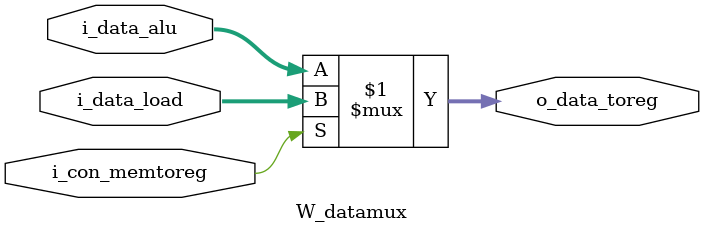
<source format=sv>
`timescale 1ns / 1ps
module W_datamux(
	input logic [31:0] i_data_alu, 
	input logic [31:0] i_data_load,
	input logic i_con_memtoreg,
	output logic [31:0] o_data_toreg
	);

assign o_data_toreg = i_con_memtoreg ? i_data_load : i_data_alu;

endmodule
</source>
